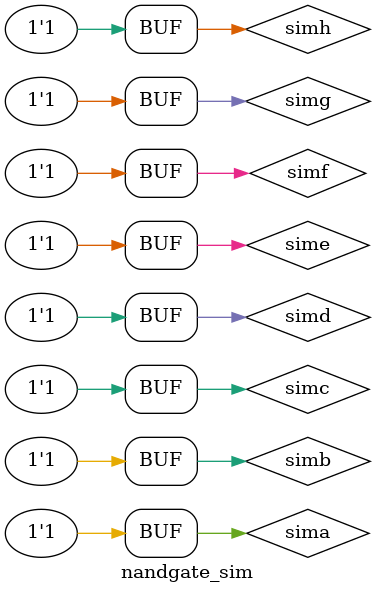
<source format=v>
`timescale 1ns / 1ps


module nandgate_sim();
    reg sima=0,simb=0,simc=1,simd=1,sime=1,simf=1,simg=1,simh=1;
    wire simq;
    
    nandgate #(8,1) u(.a(sima),.b(simb),.c(simc),.d(simd),.e(sime),.f(simf),.g(simg),.h(simh),.q(simq));
    initial
    begin
    #100 sima=0;simb=1;
    #100 sima=1;simb=0;
    #100 sima=1;simb=1;
    end
endmodule

</source>
